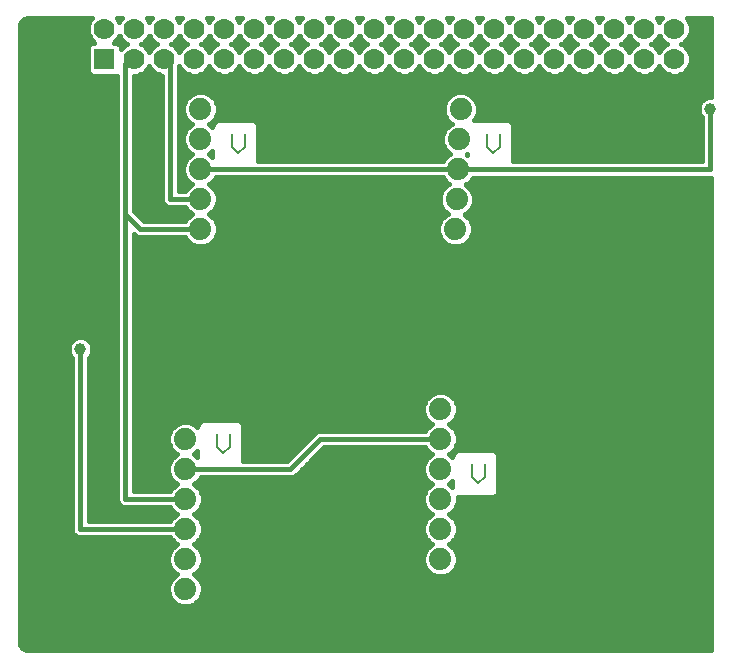
<source format=gbl>
G75*
%MOIN*%
%OFA0B0*%
%FSLAX24Y24*%
%IPPOS*%
%LPD*%
%AMOC8*
5,1,8,0,0,1.08239X$1,22.5*
%
%ADD10C,0.0060*%
%ADD11C,0.0740*%
%ADD12R,0.0700X0.0700*%
%ADD13C,0.0700*%
%ADD14C,0.0160*%
%ADD15C,0.0396*%
D10*
X007756Y007530D02*
X007543Y007744D01*
X007543Y008171D01*
X007970Y008171D02*
X007970Y007744D01*
X007756Y007530D01*
X016043Y007171D02*
X016043Y006744D01*
X016256Y006530D01*
X016470Y006744D01*
X016470Y007171D01*
X016756Y017530D02*
X016543Y017744D01*
X016543Y018171D01*
X016970Y018171D02*
X016970Y017744D01*
X016756Y017530D01*
X008470Y017744D02*
X008256Y017530D01*
X008043Y017744D01*
X008043Y018171D01*
X008470Y018171D02*
X008470Y017744D01*
D11*
X007000Y018000D03*
X007000Y019000D03*
X007000Y017000D03*
X007000Y016000D03*
X007000Y015000D03*
X015500Y015000D03*
X015544Y015999D03*
X015587Y016998D03*
X015631Y017997D03*
X015674Y018996D03*
X015000Y009000D03*
X015000Y008000D03*
X015000Y007000D03*
X015000Y006000D03*
X015000Y005000D03*
X015000Y004000D03*
X006500Y004000D03*
X006500Y003000D03*
X006500Y005000D03*
X006500Y006000D03*
X006500Y007000D03*
X006500Y008000D03*
D12*
X003795Y020669D03*
D13*
X004795Y020669D03*
X005795Y020669D03*
X006795Y020669D03*
X007795Y020669D03*
X008795Y020669D03*
X009795Y020669D03*
X010795Y020669D03*
X011795Y020669D03*
X012795Y020669D03*
X013795Y020669D03*
X014795Y020669D03*
X015795Y020669D03*
X016795Y020669D03*
X017795Y020669D03*
X018795Y020669D03*
X019795Y020669D03*
X020795Y020669D03*
X021795Y020669D03*
X022795Y020669D03*
X022795Y021669D03*
X021795Y021669D03*
X020795Y021669D03*
X019795Y021669D03*
X018795Y021669D03*
X017795Y021669D03*
X016795Y021669D03*
X015795Y021669D03*
X014795Y021669D03*
X013795Y021669D03*
X012795Y021669D03*
X011795Y021669D03*
X010795Y021669D03*
X009795Y021669D03*
X008795Y021669D03*
X007795Y021669D03*
X006795Y021669D03*
X005795Y021669D03*
X004795Y021669D03*
X003795Y021669D03*
D14*
X001005Y001104D02*
X001047Y001047D01*
X001104Y001005D01*
X001172Y000983D01*
X001207Y000980D01*
X024012Y000980D01*
X024018Y016718D01*
X023998Y016718D01*
X016088Y016718D01*
X016070Y016675D01*
X015910Y016515D01*
X015849Y016490D01*
X015866Y016482D01*
X016027Y016322D01*
X016114Y016112D01*
X016114Y015886D01*
X016027Y015676D01*
X015866Y015516D01*
X015805Y015490D01*
X015823Y015483D01*
X015983Y015323D01*
X016070Y015113D01*
X016070Y014887D01*
X015983Y014677D01*
X015823Y014517D01*
X015613Y014430D01*
X015387Y014430D01*
X015177Y014517D01*
X015017Y014677D01*
X014930Y014887D01*
X014930Y015113D01*
X015017Y015323D01*
X015177Y015483D01*
X015238Y015509D01*
X015221Y015516D01*
X015060Y015676D01*
X014974Y015886D01*
X014974Y016112D01*
X015060Y016322D01*
X015221Y016482D01*
X015282Y016508D01*
X015264Y016515D01*
X015104Y016675D01*
X015085Y016720D01*
X007501Y016720D01*
X007483Y016677D01*
X007323Y016517D01*
X007282Y016500D01*
X007323Y016483D01*
X007483Y016323D01*
X007570Y016113D01*
X007570Y015887D01*
X007483Y015677D01*
X007323Y015517D01*
X007282Y015500D01*
X007323Y015483D01*
X007483Y015323D01*
X007570Y015113D01*
X007570Y014887D01*
X007483Y014677D01*
X007323Y014517D01*
X007113Y014430D01*
X006887Y014430D01*
X006677Y014517D01*
X006517Y014677D01*
X006499Y014720D01*
X004944Y014720D01*
X004841Y014763D01*
X004780Y014824D01*
X004780Y006280D01*
X005999Y006280D01*
X006017Y006323D01*
X006177Y006483D01*
X006218Y006500D01*
X006177Y006517D01*
X006017Y006677D01*
X005930Y006887D01*
X005930Y007113D01*
X006017Y007323D01*
X006177Y007483D01*
X006218Y007500D01*
X006177Y007517D01*
X006017Y007677D01*
X005930Y007887D01*
X005930Y008113D01*
X006017Y008323D01*
X006177Y008483D01*
X006387Y008570D01*
X006613Y008570D01*
X006823Y008483D01*
X006899Y008407D01*
X006899Y008445D01*
X006901Y008467D01*
X006906Y008489D01*
X006914Y008510D01*
X006924Y008530D01*
X006936Y008549D01*
X006950Y008567D01*
X006966Y008583D01*
X006983Y008597D01*
X007002Y008609D01*
X007022Y008618D01*
X007044Y008626D01*
X007065Y008631D01*
X007088Y008633D01*
X008245Y008633D01*
X008267Y008631D01*
X008289Y008626D01*
X008310Y008618D01*
X008330Y008609D01*
X008349Y008597D01*
X008367Y008583D01*
X008383Y008567D01*
X008397Y008549D01*
X008409Y008530D01*
X008418Y008510D01*
X008426Y008489D01*
X008431Y008467D01*
X008433Y008445D01*
X008433Y007280D01*
X009884Y007280D01*
X010841Y008237D01*
X010944Y008280D01*
X014499Y008280D01*
X014517Y008323D01*
X014677Y008483D01*
X014718Y008500D01*
X014677Y008517D01*
X014517Y008677D01*
X014430Y008887D01*
X014430Y009113D01*
X014517Y009323D01*
X014677Y009483D01*
X014887Y009570D01*
X015113Y009570D01*
X015323Y009483D01*
X015483Y009323D01*
X015570Y009113D01*
X015570Y008887D01*
X015483Y008677D01*
X015323Y008517D01*
X015282Y008500D01*
X015323Y008483D01*
X015483Y008323D01*
X015570Y008113D01*
X015570Y007887D01*
X015483Y007677D01*
X015323Y007517D01*
X015282Y007500D01*
X015323Y007483D01*
X015399Y007407D01*
X015399Y007445D01*
X015401Y007467D01*
X015406Y007489D01*
X015414Y007510D01*
X015424Y007530D01*
X015436Y007549D01*
X015450Y007567D01*
X015466Y007583D01*
X015483Y007597D01*
X015502Y007609D01*
X015522Y007618D01*
X015544Y007626D01*
X015565Y007631D01*
X015588Y007633D01*
X016745Y007633D01*
X016767Y007631D01*
X016789Y007626D01*
X016810Y007618D01*
X016830Y007609D01*
X016849Y007597D01*
X016867Y007583D01*
X016883Y007567D01*
X016897Y007549D01*
X016909Y007530D01*
X016918Y007510D01*
X016926Y007489D01*
X016931Y007467D01*
X016933Y007445D01*
X016933Y006255D01*
X016931Y006233D01*
X016926Y006211D01*
X016918Y006190D01*
X016909Y006170D01*
X016897Y006151D01*
X016883Y006133D01*
X016867Y006117D01*
X016849Y006103D01*
X016830Y006091D01*
X016810Y006082D01*
X016789Y006074D01*
X016767Y006069D01*
X016745Y006067D01*
X015588Y006067D01*
X015570Y006069D01*
X015570Y005887D01*
X015483Y005677D01*
X015323Y005517D01*
X015282Y005500D01*
X015323Y005483D01*
X015483Y005323D01*
X015570Y005113D01*
X015570Y004887D01*
X015483Y004677D01*
X015323Y004517D01*
X015282Y004500D01*
X015323Y004483D01*
X015483Y004323D01*
X015570Y004113D01*
X015570Y003887D01*
X015483Y003677D01*
X015323Y003517D01*
X015113Y003430D01*
X014887Y003430D01*
X014677Y003517D01*
X014517Y003677D01*
X014430Y003887D01*
X014430Y004113D01*
X014517Y004323D01*
X014677Y004483D01*
X014718Y004500D01*
X014677Y004517D01*
X014517Y004677D01*
X014430Y004887D01*
X014430Y005113D01*
X014517Y005323D01*
X014677Y005483D01*
X014718Y005500D01*
X014677Y005517D01*
X014517Y005677D01*
X014430Y005887D01*
X014430Y006113D01*
X014517Y006323D01*
X014677Y006483D01*
X014718Y006500D01*
X014677Y006517D01*
X014517Y006677D01*
X014430Y006887D01*
X014430Y007113D01*
X014517Y007323D01*
X014677Y007483D01*
X014718Y007500D01*
X014677Y007517D01*
X014517Y007677D01*
X014499Y007720D01*
X011116Y007720D01*
X010237Y006841D01*
X010159Y006763D01*
X010056Y006720D01*
X007001Y006720D01*
X006983Y006677D01*
X006823Y006517D01*
X006782Y006500D01*
X006823Y006483D01*
X006983Y006323D01*
X007070Y006113D01*
X007070Y005887D01*
X006983Y005677D01*
X006823Y005517D01*
X006782Y005500D01*
X006823Y005483D01*
X006983Y005323D01*
X007070Y005113D01*
X007070Y004887D01*
X006983Y004677D01*
X006823Y004517D01*
X006782Y004500D01*
X006823Y004483D01*
X006983Y004323D01*
X007070Y004113D01*
X007070Y003887D01*
X006983Y003677D01*
X006823Y003517D01*
X006782Y003500D01*
X006823Y003483D01*
X006983Y003323D01*
X007070Y003113D01*
X007070Y002887D01*
X006983Y002677D01*
X006823Y002517D01*
X006613Y002430D01*
X006387Y002430D01*
X006177Y002517D01*
X006017Y002677D01*
X005930Y002887D01*
X005930Y003113D01*
X006017Y003323D01*
X006177Y003483D01*
X006218Y003500D01*
X006177Y003517D01*
X006017Y003677D01*
X005930Y003887D01*
X005930Y004113D01*
X006017Y004323D01*
X006177Y004483D01*
X006218Y004500D01*
X006177Y004517D01*
X006017Y004677D01*
X005999Y004720D01*
X002944Y004720D01*
X002841Y004763D01*
X002763Y004841D01*
X002720Y004944D01*
X002720Y010717D01*
X002662Y010774D01*
X002602Y010921D01*
X002602Y011079D01*
X002662Y011226D01*
X002774Y011338D01*
X002921Y011398D01*
X003079Y011398D01*
X003226Y011338D01*
X003338Y011226D01*
X003398Y011079D01*
X003398Y010921D01*
X003338Y010774D01*
X003280Y010717D01*
X003280Y005280D01*
X005999Y005280D01*
X006017Y005323D01*
X006177Y005483D01*
X006218Y005500D01*
X006177Y005517D01*
X006017Y005677D01*
X005999Y005720D01*
X004444Y005720D01*
X004341Y005763D01*
X004263Y005841D01*
X004220Y005944D01*
X004220Y020119D01*
X003362Y020119D01*
X003245Y020236D01*
X003245Y021102D01*
X003362Y021219D01*
X003467Y021219D01*
X003329Y021358D01*
X003245Y021560D01*
X003245Y021779D01*
X003329Y021981D01*
X003368Y022020D01*
X001207Y022020D01*
X001172Y022017D01*
X001104Y021995D01*
X001047Y021953D01*
X001005Y021896D01*
X000983Y021828D01*
X000980Y021793D01*
X000980Y001207D01*
X000983Y001172D01*
X001005Y001104D01*
X000995Y001134D02*
X024012Y001134D01*
X024012Y001293D02*
X000980Y001293D01*
X000980Y001451D02*
X024012Y001451D01*
X024013Y001610D02*
X000980Y001610D01*
X000980Y001768D02*
X024013Y001768D01*
X024013Y001927D02*
X000980Y001927D01*
X000980Y002085D02*
X024013Y002085D01*
X024013Y002244D02*
X000980Y002244D01*
X000980Y002402D02*
X024013Y002402D01*
X024013Y002561D02*
X006867Y002561D01*
X007001Y002719D02*
X024013Y002719D01*
X024013Y002878D02*
X007066Y002878D01*
X007070Y003036D02*
X024013Y003036D01*
X024013Y003195D02*
X007036Y003195D01*
X006953Y003353D02*
X024013Y003353D01*
X024013Y003512D02*
X015310Y003512D01*
X015476Y003670D02*
X024013Y003670D01*
X024013Y003829D02*
X015546Y003829D01*
X015570Y003987D02*
X024013Y003987D01*
X024013Y004146D02*
X015557Y004146D01*
X015491Y004304D02*
X024013Y004304D01*
X024014Y004463D02*
X015344Y004463D01*
X015427Y004621D02*
X024014Y004621D01*
X024014Y004780D02*
X015526Y004780D01*
X015570Y004938D02*
X024014Y004938D01*
X024014Y005097D02*
X015570Y005097D01*
X015511Y005255D02*
X024014Y005255D01*
X024014Y005414D02*
X015393Y005414D01*
X015378Y005572D02*
X024014Y005572D01*
X024014Y005731D02*
X015505Y005731D01*
X015570Y005889D02*
X024014Y005889D01*
X024014Y006048D02*
X015570Y006048D01*
X015399Y006407D02*
X015323Y006483D01*
X015282Y006500D01*
X015323Y006517D01*
X015399Y006593D01*
X015399Y006407D01*
X015399Y006523D02*
X015329Y006523D01*
X014671Y006523D02*
X006829Y006523D01*
X006942Y006365D02*
X014558Y006365D01*
X014468Y006206D02*
X007032Y006206D01*
X007070Y006048D02*
X014430Y006048D01*
X014430Y005889D02*
X007070Y005889D01*
X007005Y005731D02*
X014495Y005731D01*
X014622Y005572D02*
X006878Y005572D01*
X006893Y005414D02*
X014607Y005414D01*
X014489Y005255D02*
X007011Y005255D01*
X007070Y005097D02*
X014430Y005097D01*
X014430Y004938D02*
X007070Y004938D01*
X007026Y004780D02*
X014474Y004780D01*
X014573Y004621D02*
X006927Y004621D01*
X006844Y004463D02*
X014656Y004463D01*
X014509Y004304D02*
X006991Y004304D01*
X007057Y004146D02*
X014443Y004146D01*
X014430Y003987D02*
X007070Y003987D01*
X007046Y003829D02*
X014454Y003829D01*
X014524Y003670D02*
X006976Y003670D01*
X006810Y003512D02*
X014690Y003512D01*
X016924Y006206D02*
X024014Y006206D01*
X024014Y006365D02*
X016933Y006365D01*
X016933Y006523D02*
X024014Y006523D01*
X024014Y006682D02*
X016933Y006682D01*
X016933Y006840D02*
X024014Y006840D01*
X024014Y006999D02*
X016933Y006999D01*
X016933Y007157D02*
X024015Y007157D01*
X024015Y007316D02*
X016933Y007316D01*
X016929Y007474D02*
X024015Y007474D01*
X024015Y007633D02*
X016752Y007633D01*
X015580Y007633D02*
X015439Y007633D01*
X015403Y007474D02*
X015332Y007474D01*
X015530Y007791D02*
X024015Y007791D01*
X024015Y007950D02*
X015570Y007950D01*
X015570Y008108D02*
X024015Y008108D01*
X024015Y008267D02*
X015507Y008267D01*
X015381Y008425D02*
X024015Y008425D01*
X024015Y008584D02*
X015390Y008584D01*
X015510Y008742D02*
X024015Y008742D01*
X024015Y008901D02*
X015570Y008901D01*
X015570Y009059D02*
X024015Y009059D01*
X024015Y009218D02*
X015527Y009218D01*
X015430Y009376D02*
X024015Y009376D01*
X024015Y009535D02*
X015199Y009535D01*
X014801Y009535D02*
X004780Y009535D01*
X004780Y009693D02*
X024015Y009693D01*
X024015Y009852D02*
X004780Y009852D01*
X004780Y010010D02*
X024016Y010010D01*
X024016Y010169D02*
X004780Y010169D01*
X004780Y010327D02*
X024016Y010327D01*
X024016Y010486D02*
X004780Y010486D01*
X004780Y010644D02*
X024016Y010644D01*
X024016Y010803D02*
X004780Y010803D01*
X004780Y010961D02*
X024016Y010961D01*
X024016Y011120D02*
X004780Y011120D01*
X004780Y011278D02*
X024016Y011278D01*
X024016Y011437D02*
X004780Y011437D01*
X004780Y011595D02*
X024016Y011595D01*
X024016Y011754D02*
X004780Y011754D01*
X004780Y011912D02*
X024016Y011912D01*
X024016Y012071D02*
X004780Y012071D01*
X004780Y012229D02*
X024016Y012229D01*
X024016Y012388D02*
X004780Y012388D01*
X004780Y012546D02*
X024016Y012546D01*
X024016Y012705D02*
X004780Y012705D01*
X004780Y012863D02*
X024017Y012863D01*
X024017Y013022D02*
X004780Y013022D01*
X004780Y013180D02*
X024017Y013180D01*
X024017Y013339D02*
X004780Y013339D01*
X004780Y013497D02*
X024017Y013497D01*
X024017Y013656D02*
X004780Y013656D01*
X004780Y013814D02*
X024017Y013814D01*
X024017Y013973D02*
X004780Y013973D01*
X004780Y014131D02*
X024017Y014131D01*
X024017Y014290D02*
X004780Y014290D01*
X004780Y014448D02*
X006843Y014448D01*
X006587Y014607D02*
X004780Y014607D01*
X004780Y014765D02*
X004839Y014765D01*
X005000Y015000D02*
X007000Y015000D01*
X007407Y015399D02*
X015093Y015399D01*
X015179Y015558D02*
X007364Y015558D01*
X007499Y015716D02*
X015044Y015716D01*
X014978Y015875D02*
X007565Y015875D01*
X007570Y016033D02*
X014974Y016033D01*
X015006Y016192D02*
X007538Y016192D01*
X007456Y016350D02*
X015088Y016350D01*
X015280Y016509D02*
X007303Y016509D01*
X007473Y016667D02*
X015112Y016667D01*
X015585Y017000D02*
X015587Y016998D01*
X023998Y016998D01*
X024000Y017500D01*
X024000Y019000D01*
X023720Y018717D02*
X023720Y017501D01*
X023719Y017278D01*
X017433Y017278D01*
X017433Y018445D01*
X017431Y018467D01*
X017426Y018489D01*
X017418Y018510D01*
X017409Y018530D01*
X017397Y018549D01*
X017383Y018567D01*
X017367Y018583D01*
X017349Y018597D01*
X017330Y018609D01*
X017310Y018618D01*
X017289Y018626D01*
X017267Y018631D01*
X017245Y018633D01*
X016118Y018633D01*
X016158Y018673D01*
X016244Y018883D01*
X016244Y019110D01*
X016158Y019319D01*
X015997Y019479D01*
X015788Y019566D01*
X015561Y019566D01*
X015352Y019479D01*
X015191Y019319D01*
X015104Y019110D01*
X015104Y018883D01*
X015191Y018673D01*
X015352Y018513D01*
X015369Y018506D01*
X015308Y018480D01*
X015148Y018320D01*
X015061Y018111D01*
X015061Y017884D01*
X015148Y017674D01*
X015308Y017514D01*
X015326Y017507D01*
X015264Y017481D01*
X015104Y017321D01*
X015087Y017280D01*
X008933Y017280D01*
X008933Y018445D01*
X008931Y018467D01*
X008926Y018489D01*
X008918Y018510D01*
X008909Y018530D01*
X008897Y018549D01*
X008883Y018567D01*
X008867Y018583D01*
X008849Y018597D01*
X008830Y018609D01*
X008810Y018618D01*
X008789Y018626D01*
X008767Y018631D01*
X008745Y018633D01*
X007588Y018633D01*
X007565Y018631D01*
X007544Y018626D01*
X007522Y018618D01*
X007502Y018609D01*
X007483Y018597D01*
X007466Y018583D01*
X007450Y018567D01*
X007436Y018549D01*
X007424Y018530D01*
X007414Y018510D01*
X007406Y018489D01*
X007401Y018467D01*
X007399Y018445D01*
X007399Y018407D01*
X007323Y018483D01*
X007282Y018500D01*
X007323Y018517D01*
X007483Y018677D01*
X007570Y018887D01*
X007570Y019113D01*
X007483Y019323D01*
X007323Y019483D01*
X007113Y019570D01*
X006887Y019570D01*
X006677Y019483D01*
X006517Y019323D01*
X006430Y019113D01*
X006430Y018887D01*
X006517Y018677D01*
X006677Y018517D01*
X006718Y018500D01*
X006677Y018483D01*
X006517Y018323D01*
X006430Y018113D01*
X006430Y017887D01*
X006517Y017677D01*
X006677Y017517D01*
X006718Y017500D01*
X006677Y017483D01*
X006517Y017323D01*
X006430Y017113D01*
X006430Y016887D01*
X006517Y016677D01*
X006677Y016517D01*
X006718Y016500D01*
X006677Y016483D01*
X006517Y016323D01*
X006499Y016280D01*
X006280Y016280D01*
X006280Y020402D01*
X006295Y020439D01*
X006329Y020358D01*
X006484Y020203D01*
X006686Y020119D01*
X006905Y020119D01*
X007107Y020203D01*
X007262Y020358D01*
X007295Y020439D01*
X007329Y020358D01*
X007484Y020203D01*
X007686Y020119D01*
X007905Y020119D01*
X008107Y020203D01*
X008262Y020358D01*
X008295Y020439D01*
X008329Y020358D01*
X008484Y020203D01*
X008686Y020119D01*
X008905Y020119D01*
X009107Y020203D01*
X009262Y020358D01*
X009295Y020439D01*
X009329Y020358D01*
X009484Y020203D01*
X009686Y020119D01*
X009905Y020119D01*
X010107Y020203D01*
X010262Y020358D01*
X010295Y020439D01*
X010329Y020358D01*
X010484Y020203D01*
X010686Y020119D01*
X010905Y020119D01*
X011107Y020203D01*
X011262Y020358D01*
X011295Y020439D01*
X011329Y020358D01*
X011484Y020203D01*
X011686Y020119D01*
X011905Y020119D01*
X012107Y020203D01*
X012262Y020358D01*
X012295Y020439D01*
X012329Y020358D01*
X012484Y020203D01*
X012686Y020119D01*
X012905Y020119D01*
X013107Y020203D01*
X013262Y020358D01*
X013295Y020439D01*
X013329Y020358D01*
X013484Y020203D01*
X013686Y020119D01*
X013905Y020119D01*
X014107Y020203D01*
X014262Y020358D01*
X014295Y020439D01*
X014329Y020358D01*
X014484Y020203D01*
X014686Y020119D01*
X014905Y020119D01*
X015107Y020203D01*
X015262Y020358D01*
X015295Y020439D01*
X015329Y020358D01*
X015484Y020203D01*
X015686Y020119D01*
X015905Y020119D01*
X016107Y020203D01*
X016262Y020358D01*
X016295Y020439D01*
X016329Y020358D01*
X016484Y020203D01*
X016686Y020119D01*
X016905Y020119D01*
X017107Y020203D01*
X017262Y020358D01*
X017295Y020439D01*
X017329Y020358D01*
X017484Y020203D01*
X017686Y020119D01*
X017905Y020119D01*
X018107Y020203D01*
X018262Y020358D01*
X018295Y020439D01*
X018329Y020358D01*
X018484Y020203D01*
X018686Y020119D01*
X018905Y020119D01*
X019107Y020203D01*
X019262Y020358D01*
X019295Y020439D01*
X019329Y020358D01*
X019484Y020203D01*
X019686Y020119D01*
X019905Y020119D01*
X020107Y020203D01*
X020262Y020358D01*
X020295Y020439D01*
X020329Y020358D01*
X020484Y020203D01*
X020686Y020119D01*
X020905Y020119D01*
X021107Y020203D01*
X021262Y020358D01*
X021295Y020439D01*
X021329Y020358D01*
X021484Y020203D01*
X021686Y020119D01*
X021905Y020119D01*
X022107Y020203D01*
X022262Y020358D01*
X022295Y020439D01*
X022329Y020358D01*
X022484Y020203D01*
X022686Y020119D01*
X022905Y020119D01*
X023107Y020203D01*
X023262Y020358D01*
X023345Y020560D01*
X023345Y020779D01*
X023262Y020981D01*
X023107Y021136D01*
X023025Y021169D01*
X023107Y021203D01*
X023262Y021358D01*
X023345Y021560D01*
X023345Y021779D01*
X023262Y021981D01*
X023222Y022020D01*
X024020Y022020D01*
X024019Y019398D01*
X023921Y019398D01*
X023774Y019338D01*
X023662Y019226D01*
X023602Y019079D01*
X023602Y018921D01*
X023662Y018774D01*
X023720Y018717D01*
X023709Y018728D02*
X016180Y018728D01*
X016244Y018886D02*
X023616Y018886D01*
X023602Y019045D02*
X016244Y019045D01*
X016206Y019203D02*
X023653Y019203D01*
X023833Y019362D02*
X016115Y019362D01*
X015899Y019520D02*
X024019Y019520D01*
X024019Y019679D02*
X006280Y019679D01*
X006280Y019837D02*
X024019Y019837D01*
X024019Y019996D02*
X006280Y019996D01*
X006280Y020154D02*
X006602Y020154D01*
X006374Y020313D02*
X006280Y020313D01*
X006000Y020500D02*
X006000Y016000D01*
X007000Y016000D01*
X006499Y015720D02*
X006517Y015677D01*
X006677Y015517D01*
X006718Y015500D01*
X006677Y015483D01*
X006517Y015323D01*
X006499Y015280D01*
X005116Y015280D01*
X004780Y015616D01*
X004780Y020119D01*
X004905Y020119D01*
X005107Y020203D01*
X005262Y020358D01*
X005295Y020439D01*
X005329Y020358D01*
X005484Y020203D01*
X005686Y020119D01*
X005720Y020119D01*
X005720Y015944D01*
X005763Y015841D01*
X005841Y015763D01*
X005944Y015720D01*
X006499Y015720D01*
X006501Y015716D02*
X004780Y015716D01*
X004780Y015875D02*
X005749Y015875D01*
X005720Y016033D02*
X004780Y016033D01*
X004780Y016192D02*
X005720Y016192D01*
X005720Y016350D02*
X004780Y016350D01*
X004780Y016509D02*
X005720Y016509D01*
X005720Y016667D02*
X004780Y016667D01*
X004780Y016826D02*
X005720Y016826D01*
X005720Y016984D02*
X004780Y016984D01*
X004780Y017143D02*
X005720Y017143D01*
X005720Y017301D02*
X004780Y017301D01*
X004780Y017460D02*
X005720Y017460D01*
X005720Y017618D02*
X004780Y017618D01*
X004780Y017777D02*
X005720Y017777D01*
X005720Y017935D02*
X004780Y017935D01*
X004780Y018094D02*
X005720Y018094D01*
X005720Y018252D02*
X004780Y018252D01*
X004780Y018411D02*
X005720Y018411D01*
X005720Y018569D02*
X004780Y018569D01*
X004780Y018728D02*
X005720Y018728D01*
X005720Y018886D02*
X004780Y018886D01*
X004780Y019045D02*
X005720Y019045D01*
X005720Y019203D02*
X004780Y019203D01*
X004780Y019362D02*
X005720Y019362D01*
X005720Y019520D02*
X004780Y019520D01*
X004780Y019679D02*
X005720Y019679D01*
X005720Y019837D02*
X004780Y019837D01*
X004780Y019996D02*
X005720Y019996D01*
X005602Y020154D02*
X004989Y020154D01*
X005216Y020313D02*
X005374Y020313D01*
X005795Y020669D02*
X005831Y020669D01*
X006000Y020500D01*
X006295Y020899D02*
X006262Y020981D01*
X006107Y021136D01*
X006025Y021169D01*
X006107Y021203D01*
X006262Y021358D01*
X006295Y021439D01*
X006329Y021358D01*
X006484Y021203D01*
X006565Y021169D01*
X006484Y021136D01*
X006329Y020981D01*
X006295Y020899D01*
X006276Y020947D02*
X006315Y020947D01*
X006453Y021105D02*
X006137Y021105D01*
X006167Y021264D02*
X006423Y021264D01*
X006302Y021422D02*
X006288Y021422D01*
X006295Y021899D02*
X006262Y021981D01*
X006222Y022020D01*
X006368Y022020D01*
X006329Y021981D01*
X006295Y021899D01*
X005368Y022020D02*
X005329Y021981D01*
X005295Y021899D01*
X005262Y021981D01*
X005222Y022020D01*
X005368Y022020D01*
X005295Y021439D02*
X005329Y021358D01*
X005484Y021203D01*
X005565Y021169D01*
X005484Y021136D01*
X005329Y020981D01*
X005295Y020899D01*
X005262Y020981D01*
X005107Y021136D01*
X005025Y021169D01*
X005107Y021203D01*
X005262Y021358D01*
X005295Y021439D01*
X005288Y021422D02*
X005302Y021422D01*
X005423Y021264D02*
X005167Y021264D01*
X005137Y021105D02*
X005453Y021105D01*
X005315Y020947D02*
X005276Y020947D01*
X004795Y020669D02*
X004669Y020669D01*
X004500Y020500D01*
X004500Y015500D01*
X004500Y006000D01*
X006500Y006000D01*
X006122Y005572D02*
X003280Y005572D01*
X003280Y005414D02*
X006107Y005414D01*
X006500Y005000D02*
X003000Y005000D01*
X003000Y011000D01*
X003285Y011278D02*
X004220Y011278D01*
X004220Y011120D02*
X003381Y011120D01*
X003398Y010961D02*
X004220Y010961D01*
X004220Y010803D02*
X003349Y010803D01*
X003280Y010644D02*
X004220Y010644D01*
X004220Y010486D02*
X003280Y010486D01*
X003280Y010327D02*
X004220Y010327D01*
X004220Y010169D02*
X003280Y010169D01*
X003280Y010010D02*
X004220Y010010D01*
X004220Y009852D02*
X003280Y009852D01*
X003280Y009693D02*
X004220Y009693D01*
X004220Y009535D02*
X003280Y009535D01*
X003280Y009376D02*
X004220Y009376D01*
X004220Y009218D02*
X003280Y009218D01*
X003280Y009059D02*
X004220Y009059D01*
X004220Y008901D02*
X003280Y008901D01*
X003280Y008742D02*
X004220Y008742D01*
X004220Y008584D02*
X003280Y008584D01*
X003280Y008425D02*
X004220Y008425D01*
X004220Y008267D02*
X003280Y008267D01*
X003280Y008108D02*
X004220Y008108D01*
X004220Y007950D02*
X003280Y007950D01*
X003280Y007791D02*
X004220Y007791D01*
X004220Y007633D02*
X003280Y007633D01*
X003280Y007474D02*
X004220Y007474D01*
X004220Y007316D02*
X003280Y007316D01*
X003280Y007157D02*
X004220Y007157D01*
X004220Y006999D02*
X003280Y006999D01*
X003280Y006840D02*
X004220Y006840D01*
X004220Y006682D02*
X003280Y006682D01*
X003280Y006523D02*
X004220Y006523D01*
X004220Y006365D02*
X003280Y006365D01*
X003280Y006206D02*
X004220Y006206D01*
X004220Y006048D02*
X003280Y006048D01*
X003280Y005889D02*
X004243Y005889D01*
X004419Y005731D02*
X003280Y005731D01*
X002720Y005731D02*
X000980Y005731D01*
X000980Y005889D02*
X002720Y005889D01*
X002720Y006048D02*
X000980Y006048D01*
X000980Y006206D02*
X002720Y006206D01*
X002720Y006365D02*
X000980Y006365D01*
X000980Y006523D02*
X002720Y006523D01*
X002720Y006682D02*
X000980Y006682D01*
X000980Y006840D02*
X002720Y006840D01*
X002720Y006999D02*
X000980Y006999D01*
X000980Y007157D02*
X002720Y007157D01*
X002720Y007316D02*
X000980Y007316D01*
X000980Y007474D02*
X002720Y007474D01*
X002720Y007633D02*
X000980Y007633D01*
X000980Y007791D02*
X002720Y007791D01*
X002720Y007950D02*
X000980Y007950D01*
X000980Y008108D02*
X002720Y008108D01*
X002720Y008267D02*
X000980Y008267D01*
X000980Y008425D02*
X002720Y008425D01*
X002720Y008584D02*
X000980Y008584D01*
X000980Y008742D02*
X002720Y008742D01*
X002720Y008901D02*
X000980Y008901D01*
X000980Y009059D02*
X002720Y009059D01*
X002720Y009218D02*
X000980Y009218D01*
X000980Y009376D02*
X002720Y009376D01*
X002720Y009535D02*
X000980Y009535D01*
X000980Y009693D02*
X002720Y009693D01*
X002720Y009852D02*
X000980Y009852D01*
X000980Y010010D02*
X002720Y010010D01*
X002720Y010169D02*
X000980Y010169D01*
X000980Y010327D02*
X002720Y010327D01*
X002720Y010486D02*
X000980Y010486D01*
X000980Y010644D02*
X002720Y010644D01*
X002651Y010803D02*
X000980Y010803D01*
X000980Y010961D02*
X002602Y010961D01*
X002619Y011120D02*
X000980Y011120D01*
X000980Y011278D02*
X002715Y011278D01*
X004220Y011437D02*
X000980Y011437D01*
X000980Y011595D02*
X004220Y011595D01*
X004220Y011754D02*
X000980Y011754D01*
X000980Y011912D02*
X004220Y011912D01*
X004220Y012071D02*
X000980Y012071D01*
X000980Y012229D02*
X004220Y012229D01*
X004220Y012388D02*
X000980Y012388D01*
X000980Y012546D02*
X004220Y012546D01*
X004220Y012705D02*
X000980Y012705D01*
X000980Y012863D02*
X004220Y012863D01*
X004220Y013022D02*
X000980Y013022D01*
X000980Y013180D02*
X004220Y013180D01*
X004220Y013339D02*
X000980Y013339D01*
X000980Y013497D02*
X004220Y013497D01*
X004220Y013656D02*
X000980Y013656D01*
X000980Y013814D02*
X004220Y013814D01*
X004220Y013973D02*
X000980Y013973D01*
X000980Y014131D02*
X004220Y014131D01*
X004220Y014290D02*
X000980Y014290D01*
X000980Y014448D02*
X004220Y014448D01*
X004220Y014607D02*
X000980Y014607D01*
X000980Y014765D02*
X004220Y014765D01*
X004220Y014924D02*
X000980Y014924D01*
X000980Y015082D02*
X004220Y015082D01*
X004220Y015241D02*
X000980Y015241D01*
X000980Y015399D02*
X004220Y015399D01*
X004220Y015558D02*
X000980Y015558D01*
X000980Y015716D02*
X004220Y015716D01*
X004220Y015875D02*
X000980Y015875D01*
X000980Y016033D02*
X004220Y016033D01*
X004220Y016192D02*
X000980Y016192D01*
X000980Y016350D02*
X004220Y016350D01*
X004220Y016509D02*
X000980Y016509D01*
X000980Y016667D02*
X004220Y016667D01*
X004220Y016826D02*
X000980Y016826D01*
X000980Y016984D02*
X004220Y016984D01*
X004220Y017143D02*
X000980Y017143D01*
X000980Y017301D02*
X004220Y017301D01*
X004220Y017460D02*
X000980Y017460D01*
X000980Y017618D02*
X004220Y017618D01*
X004220Y017777D02*
X000980Y017777D01*
X000980Y017935D02*
X004220Y017935D01*
X004220Y018094D02*
X000980Y018094D01*
X000980Y018252D02*
X004220Y018252D01*
X004220Y018411D02*
X000980Y018411D01*
X000980Y018569D02*
X004220Y018569D01*
X004220Y018728D02*
X000980Y018728D01*
X000980Y018886D02*
X004220Y018886D01*
X004220Y019045D02*
X000980Y019045D01*
X000980Y019203D02*
X004220Y019203D01*
X004220Y019362D02*
X000980Y019362D01*
X000980Y019520D02*
X004220Y019520D01*
X004220Y019679D02*
X000980Y019679D01*
X000980Y019837D02*
X004220Y019837D01*
X004220Y019996D02*
X000980Y019996D01*
X000980Y020154D02*
X003328Y020154D01*
X003245Y020313D02*
X000980Y020313D01*
X000980Y020471D02*
X003245Y020471D01*
X003245Y020630D02*
X000980Y020630D01*
X000980Y020788D02*
X003245Y020788D01*
X003245Y020947D02*
X000980Y020947D01*
X000980Y021105D02*
X003248Y021105D01*
X003423Y021264D02*
X000980Y021264D01*
X000980Y021422D02*
X003302Y021422D01*
X003245Y021581D02*
X000980Y021581D01*
X000980Y021739D02*
X003245Y021739D01*
X003295Y021898D02*
X001006Y021898D01*
X004123Y021219D02*
X004262Y021358D01*
X004295Y021439D01*
X004329Y021358D01*
X004484Y021203D01*
X004565Y021169D01*
X004484Y021136D01*
X004345Y020997D01*
X004345Y021102D01*
X004228Y021219D01*
X004123Y021219D01*
X004167Y021264D02*
X004423Y021264D01*
X004453Y021105D02*
X004342Y021105D01*
X004302Y021422D02*
X004288Y021422D01*
X004295Y021899D02*
X004262Y021981D01*
X004222Y022020D01*
X004368Y022020D01*
X004329Y021981D01*
X004295Y021899D01*
X007025Y021169D02*
X007107Y021203D01*
X007262Y021358D01*
X007295Y021439D01*
X007329Y021358D01*
X007484Y021203D01*
X007565Y021169D01*
X007484Y021136D01*
X007329Y020981D01*
X007295Y020899D01*
X007262Y020981D01*
X007107Y021136D01*
X007025Y021169D01*
X007137Y021105D02*
X007453Y021105D01*
X007423Y021264D02*
X007167Y021264D01*
X007288Y021422D02*
X007302Y021422D01*
X007276Y020947D02*
X007315Y020947D01*
X008025Y021169D02*
X008107Y021203D01*
X008262Y021358D01*
X008295Y021439D01*
X008329Y021358D01*
X008484Y021203D01*
X008565Y021169D01*
X008484Y021136D01*
X008329Y020981D01*
X008295Y020899D01*
X008262Y020981D01*
X008107Y021136D01*
X008025Y021169D01*
X008137Y021105D02*
X008453Y021105D01*
X008423Y021264D02*
X008167Y021264D01*
X008288Y021422D02*
X008302Y021422D01*
X008276Y020947D02*
X008315Y020947D01*
X009025Y021169D02*
X009107Y021203D01*
X009262Y021358D01*
X009295Y021439D01*
X009329Y021358D01*
X009484Y021203D01*
X009565Y021169D01*
X009484Y021136D01*
X009329Y020981D01*
X009295Y020899D01*
X009262Y020981D01*
X009107Y021136D01*
X009025Y021169D01*
X009137Y021105D02*
X009453Y021105D01*
X009423Y021264D02*
X009167Y021264D01*
X009288Y021422D02*
X009302Y021422D01*
X009276Y020947D02*
X009315Y020947D01*
X010025Y021169D02*
X010107Y021203D01*
X010262Y021358D01*
X010295Y021439D01*
X010329Y021358D01*
X010484Y021203D01*
X010565Y021169D01*
X010484Y021136D01*
X010329Y020981D01*
X010295Y020899D01*
X010262Y020981D01*
X010107Y021136D01*
X010025Y021169D01*
X010137Y021105D02*
X010453Y021105D01*
X010423Y021264D02*
X010167Y021264D01*
X010288Y021422D02*
X010302Y021422D01*
X010276Y020947D02*
X010315Y020947D01*
X011025Y021169D02*
X011107Y021203D01*
X011262Y021358D01*
X011295Y021439D01*
X011329Y021358D01*
X011484Y021203D01*
X011565Y021169D01*
X011484Y021136D01*
X011329Y020981D01*
X011295Y020899D01*
X011262Y020981D01*
X011107Y021136D01*
X011025Y021169D01*
X011137Y021105D02*
X011453Y021105D01*
X011423Y021264D02*
X011167Y021264D01*
X011288Y021422D02*
X011302Y021422D01*
X011276Y020947D02*
X011315Y020947D01*
X012025Y021169D02*
X012107Y021203D01*
X012262Y021358D01*
X012295Y021439D01*
X012329Y021358D01*
X012484Y021203D01*
X012565Y021169D01*
X012484Y021136D01*
X012329Y020981D01*
X012295Y020899D01*
X012262Y020981D01*
X012107Y021136D01*
X012025Y021169D01*
X012137Y021105D02*
X012453Y021105D01*
X012423Y021264D02*
X012167Y021264D01*
X012288Y021422D02*
X012302Y021422D01*
X012276Y020947D02*
X012315Y020947D01*
X013025Y021169D02*
X013107Y021203D01*
X013262Y021358D01*
X013295Y021439D01*
X013329Y021358D01*
X013484Y021203D01*
X013565Y021169D01*
X013484Y021136D01*
X013329Y020981D01*
X013295Y020899D01*
X013262Y020981D01*
X013107Y021136D01*
X013025Y021169D01*
X013137Y021105D02*
X013453Y021105D01*
X013423Y021264D02*
X013167Y021264D01*
X013288Y021422D02*
X013302Y021422D01*
X013276Y020947D02*
X013315Y020947D01*
X014025Y021169D02*
X014107Y021203D01*
X014262Y021358D01*
X014295Y021439D01*
X014329Y021358D01*
X014484Y021203D01*
X014565Y021169D01*
X014484Y021136D01*
X014329Y020981D01*
X014295Y020899D01*
X014262Y020981D01*
X014107Y021136D01*
X014025Y021169D01*
X014137Y021105D02*
X014453Y021105D01*
X014423Y021264D02*
X014167Y021264D01*
X014288Y021422D02*
X014302Y021422D01*
X014276Y020947D02*
X014315Y020947D01*
X014374Y020313D02*
X014216Y020313D01*
X013989Y020154D02*
X014602Y020154D01*
X014989Y020154D02*
X015602Y020154D01*
X015374Y020313D02*
X015216Y020313D01*
X015989Y020154D02*
X016602Y020154D01*
X016374Y020313D02*
X016216Y020313D01*
X016989Y020154D02*
X017602Y020154D01*
X017374Y020313D02*
X017216Y020313D01*
X017989Y020154D02*
X018602Y020154D01*
X018374Y020313D02*
X018216Y020313D01*
X018989Y020154D02*
X019602Y020154D01*
X019374Y020313D02*
X019216Y020313D01*
X019989Y020154D02*
X020602Y020154D01*
X020374Y020313D02*
X020216Y020313D01*
X020989Y020154D02*
X021602Y020154D01*
X021374Y020313D02*
X021216Y020313D01*
X021989Y020154D02*
X022602Y020154D01*
X022374Y020313D02*
X022216Y020313D01*
X022989Y020154D02*
X024019Y020154D01*
X024019Y020313D02*
X023216Y020313D01*
X023308Y020471D02*
X024019Y020471D01*
X024019Y020630D02*
X023345Y020630D01*
X023341Y020788D02*
X024019Y020788D01*
X024019Y020947D02*
X023276Y020947D01*
X023137Y021105D02*
X024020Y021105D01*
X024020Y021264D02*
X023167Y021264D01*
X023288Y021422D02*
X024020Y021422D01*
X024020Y021581D02*
X023345Y021581D01*
X023345Y021739D02*
X024020Y021739D01*
X024020Y021898D02*
X023296Y021898D01*
X022368Y022020D02*
X022329Y021981D01*
X022295Y021899D01*
X022262Y021981D01*
X022222Y022020D01*
X022368Y022020D01*
X022295Y021439D02*
X022329Y021358D01*
X022484Y021203D01*
X022565Y021169D01*
X022484Y021136D01*
X022329Y020981D01*
X022295Y020899D01*
X022262Y020981D01*
X022107Y021136D01*
X022025Y021169D01*
X022107Y021203D01*
X022262Y021358D01*
X022295Y021439D01*
X022288Y021422D02*
X022302Y021422D01*
X022423Y021264D02*
X022167Y021264D01*
X022137Y021105D02*
X022453Y021105D01*
X022315Y020947D02*
X022276Y020947D01*
X021565Y021169D02*
X021484Y021136D01*
X021329Y020981D01*
X021295Y020899D01*
X021262Y020981D01*
X021107Y021136D01*
X021025Y021169D01*
X021107Y021203D01*
X021262Y021358D01*
X021295Y021439D01*
X021329Y021358D01*
X021484Y021203D01*
X021565Y021169D01*
X021453Y021105D02*
X021137Y021105D01*
X021167Y021264D02*
X021423Y021264D01*
X021302Y021422D02*
X021288Y021422D01*
X021276Y020947D02*
X021315Y020947D01*
X020565Y021169D02*
X020484Y021136D01*
X020329Y020981D01*
X020295Y020899D01*
X020262Y020981D01*
X020107Y021136D01*
X020025Y021169D01*
X020107Y021203D01*
X020262Y021358D01*
X020295Y021439D01*
X020329Y021358D01*
X020484Y021203D01*
X020565Y021169D01*
X020453Y021105D02*
X020137Y021105D01*
X020167Y021264D02*
X020423Y021264D01*
X020302Y021422D02*
X020288Y021422D01*
X020276Y020947D02*
X020315Y020947D01*
X019565Y021169D02*
X019484Y021136D01*
X019329Y020981D01*
X019295Y020899D01*
X019262Y020981D01*
X019107Y021136D01*
X019025Y021169D01*
X019107Y021203D01*
X019262Y021358D01*
X019295Y021439D01*
X019329Y021358D01*
X019484Y021203D01*
X019565Y021169D01*
X019453Y021105D02*
X019137Y021105D01*
X019167Y021264D02*
X019423Y021264D01*
X019302Y021422D02*
X019288Y021422D01*
X019276Y020947D02*
X019315Y020947D01*
X018565Y021169D02*
X018484Y021136D01*
X018329Y020981D01*
X018295Y020899D01*
X018262Y020981D01*
X018107Y021136D01*
X018025Y021169D01*
X018107Y021203D01*
X018262Y021358D01*
X018295Y021439D01*
X018329Y021358D01*
X018484Y021203D01*
X018565Y021169D01*
X018453Y021105D02*
X018137Y021105D01*
X018167Y021264D02*
X018423Y021264D01*
X018302Y021422D02*
X018288Y021422D01*
X018276Y020947D02*
X018315Y020947D01*
X017565Y021169D02*
X017484Y021136D01*
X017329Y020981D01*
X017295Y020899D01*
X017262Y020981D01*
X017107Y021136D01*
X017025Y021169D01*
X017107Y021203D01*
X017262Y021358D01*
X017295Y021439D01*
X017329Y021358D01*
X017484Y021203D01*
X017565Y021169D01*
X017453Y021105D02*
X017137Y021105D01*
X017167Y021264D02*
X017423Y021264D01*
X017302Y021422D02*
X017288Y021422D01*
X017276Y020947D02*
X017315Y020947D01*
X016565Y021169D02*
X016484Y021136D01*
X016329Y020981D01*
X016295Y020899D01*
X016262Y020981D01*
X016107Y021136D01*
X016025Y021169D01*
X016107Y021203D01*
X016262Y021358D01*
X016295Y021439D01*
X016329Y021358D01*
X016484Y021203D01*
X016565Y021169D01*
X016453Y021105D02*
X016137Y021105D01*
X016167Y021264D02*
X016423Y021264D01*
X016302Y021422D02*
X016288Y021422D01*
X016276Y020947D02*
X016315Y020947D01*
X015565Y021169D02*
X015484Y021136D01*
X015329Y020981D01*
X015295Y020899D01*
X015262Y020981D01*
X015107Y021136D01*
X015025Y021169D01*
X015107Y021203D01*
X015262Y021358D01*
X015295Y021439D01*
X015329Y021358D01*
X015484Y021203D01*
X015565Y021169D01*
X015453Y021105D02*
X015137Y021105D01*
X015167Y021264D02*
X015423Y021264D01*
X015302Y021422D02*
X015288Y021422D01*
X015276Y020947D02*
X015315Y020947D01*
X015295Y021899D02*
X015262Y021981D01*
X015222Y022020D01*
X015368Y022020D01*
X015329Y021981D01*
X015295Y021899D01*
X014368Y022020D02*
X014329Y021981D01*
X014295Y021899D01*
X014262Y021981D01*
X014222Y022020D01*
X014368Y022020D01*
X013368Y022020D02*
X013329Y021981D01*
X013295Y021899D01*
X013262Y021981D01*
X013222Y022020D01*
X013368Y022020D01*
X012368Y022020D02*
X012329Y021981D01*
X012295Y021899D01*
X012262Y021981D01*
X012222Y022020D01*
X012368Y022020D01*
X011368Y022020D02*
X011329Y021981D01*
X011295Y021899D01*
X011262Y021981D01*
X011222Y022020D01*
X011368Y022020D01*
X010368Y022020D02*
X010329Y021981D01*
X010295Y021899D01*
X010262Y021981D01*
X010222Y022020D01*
X010368Y022020D01*
X009368Y022020D02*
X009329Y021981D01*
X009295Y021899D01*
X009262Y021981D01*
X009222Y022020D01*
X009368Y022020D01*
X008368Y022020D02*
X008329Y021981D01*
X008295Y021899D01*
X008262Y021981D01*
X008222Y022020D01*
X008368Y022020D01*
X007368Y022020D02*
X007329Y021981D01*
X007295Y021899D01*
X007262Y021981D01*
X007222Y022020D01*
X007368Y022020D01*
X007374Y020313D02*
X007216Y020313D01*
X006989Y020154D02*
X007602Y020154D01*
X007989Y020154D02*
X008602Y020154D01*
X008374Y020313D02*
X008216Y020313D01*
X008989Y020154D02*
X009602Y020154D01*
X009374Y020313D02*
X009216Y020313D01*
X009989Y020154D02*
X010602Y020154D01*
X010374Y020313D02*
X010216Y020313D01*
X010989Y020154D02*
X011602Y020154D01*
X011374Y020313D02*
X011216Y020313D01*
X011989Y020154D02*
X012602Y020154D01*
X012374Y020313D02*
X012216Y020313D01*
X012989Y020154D02*
X013602Y020154D01*
X013374Y020313D02*
X013216Y020313D01*
X015143Y019203D02*
X007533Y019203D01*
X007570Y019045D02*
X015104Y019045D01*
X015104Y018886D02*
X007570Y018886D01*
X007504Y018728D02*
X015169Y018728D01*
X015296Y018569D02*
X008880Y018569D01*
X008933Y018411D02*
X015238Y018411D01*
X015119Y018252D02*
X008933Y018252D01*
X008933Y018094D02*
X015061Y018094D01*
X015061Y017935D02*
X008933Y017935D01*
X008933Y017777D02*
X015105Y017777D01*
X015204Y017618D02*
X008933Y017618D01*
X008933Y017460D02*
X015243Y017460D01*
X015096Y017301D02*
X008933Y017301D01*
X007399Y017407D02*
X007323Y017483D01*
X007282Y017500D01*
X007323Y017517D01*
X007399Y017593D01*
X007399Y017407D01*
X007399Y017460D02*
X007347Y017460D01*
X007000Y017000D02*
X015585Y017000D01*
X015895Y016509D02*
X024018Y016509D01*
X024018Y016667D02*
X016062Y016667D01*
X015999Y016350D02*
X024018Y016350D01*
X024018Y016192D02*
X016081Y016192D01*
X016114Y016033D02*
X024018Y016033D01*
X024018Y015875D02*
X016109Y015875D01*
X016043Y015716D02*
X024018Y015716D01*
X024018Y015558D02*
X015908Y015558D01*
X015907Y015399D02*
X024017Y015399D01*
X024017Y015241D02*
X016017Y015241D01*
X016070Y015082D02*
X024017Y015082D01*
X024017Y014924D02*
X016070Y014924D01*
X016020Y014765D02*
X024017Y014765D01*
X024017Y014607D02*
X015913Y014607D01*
X015657Y014448D02*
X024017Y014448D01*
X023719Y017301D02*
X017433Y017301D01*
X017433Y017460D02*
X023720Y017460D01*
X023720Y017618D02*
X017433Y017618D01*
X017433Y017777D02*
X023720Y017777D01*
X023720Y017935D02*
X017433Y017935D01*
X017433Y018094D02*
X023720Y018094D01*
X023720Y018252D02*
X017433Y018252D01*
X017433Y018411D02*
X023720Y018411D01*
X023720Y018569D02*
X017380Y018569D01*
X015899Y017491D02*
X015899Y017486D01*
X015893Y017489D01*
X015899Y017491D01*
X015234Y019362D02*
X007445Y019362D01*
X007234Y019520D02*
X015450Y019520D01*
X016295Y021899D02*
X016262Y021981D01*
X016222Y022020D01*
X016368Y022020D01*
X016329Y021981D01*
X016295Y021899D01*
X017222Y022020D02*
X017262Y021981D01*
X017295Y021899D01*
X017329Y021981D01*
X017368Y022020D01*
X017222Y022020D01*
X018222Y022020D02*
X018262Y021981D01*
X018295Y021899D01*
X018329Y021981D01*
X018368Y022020D01*
X018222Y022020D01*
X019222Y022020D02*
X019262Y021981D01*
X019295Y021899D01*
X019329Y021981D01*
X019368Y022020D01*
X019222Y022020D01*
X020222Y022020D02*
X020262Y021981D01*
X020295Y021899D01*
X020329Y021981D01*
X020368Y022020D01*
X020222Y022020D01*
X021222Y022020D02*
X021262Y021981D01*
X021295Y021899D01*
X021329Y021981D01*
X021368Y022020D01*
X021222Y022020D01*
X014983Y015241D02*
X007517Y015241D01*
X007570Y015082D02*
X014930Y015082D01*
X014930Y014924D02*
X007570Y014924D01*
X007520Y014765D02*
X014980Y014765D01*
X015087Y014607D02*
X007413Y014607D01*
X007157Y014448D02*
X015343Y014448D01*
X014570Y009376D02*
X004780Y009376D01*
X004780Y009218D02*
X014473Y009218D01*
X014430Y009059D02*
X004780Y009059D01*
X004780Y008901D02*
X014430Y008901D01*
X014490Y008742D02*
X004780Y008742D01*
X004780Y008584D02*
X006967Y008584D01*
X006899Y008425D02*
X006881Y008425D01*
X006119Y008425D02*
X004780Y008425D01*
X004780Y008267D02*
X005993Y008267D01*
X005930Y008108D02*
X004780Y008108D01*
X004780Y007950D02*
X005930Y007950D01*
X005970Y007791D02*
X004780Y007791D01*
X004780Y007633D02*
X006061Y007633D01*
X006168Y007474D02*
X004780Y007474D01*
X004780Y007316D02*
X006014Y007316D01*
X005948Y007157D02*
X004780Y007157D01*
X004780Y006999D02*
X005930Y006999D01*
X005949Y006840D02*
X004780Y006840D01*
X004780Y006682D02*
X006015Y006682D01*
X006171Y006523D02*
X004780Y006523D01*
X004780Y006365D02*
X006058Y006365D01*
X006500Y007000D02*
X010000Y007000D01*
X011000Y008000D01*
X015000Y008000D01*
X014619Y008425D02*
X008433Y008425D01*
X008433Y008267D02*
X010912Y008267D01*
X010712Y008108D02*
X008433Y008108D01*
X008433Y007950D02*
X010554Y007950D01*
X010395Y007791D02*
X008433Y007791D01*
X008433Y007633D02*
X010237Y007633D01*
X010078Y007474D02*
X008433Y007474D01*
X008433Y007316D02*
X009920Y007316D01*
X010553Y007157D02*
X014448Y007157D01*
X014430Y006999D02*
X010394Y006999D01*
X010236Y006840D02*
X014449Y006840D01*
X014515Y006682D02*
X006985Y006682D01*
X006899Y007407D02*
X006823Y007483D01*
X006782Y007500D01*
X006823Y007517D01*
X006899Y007593D01*
X006899Y007407D01*
X006899Y007474D02*
X006832Y007474D01*
X008366Y008584D02*
X014610Y008584D01*
X014561Y007633D02*
X011028Y007633D01*
X010870Y007474D02*
X014668Y007474D01*
X014514Y007316D02*
X010711Y007316D01*
X006156Y004463D02*
X000980Y004463D01*
X000980Y004621D02*
X006073Y004621D01*
X006009Y004304D02*
X000980Y004304D01*
X000980Y004146D02*
X005943Y004146D01*
X005930Y003987D02*
X000980Y003987D01*
X000980Y003829D02*
X005954Y003829D01*
X006024Y003670D02*
X000980Y003670D01*
X000980Y003512D02*
X006190Y003512D01*
X006047Y003353D02*
X000980Y003353D01*
X000980Y003195D02*
X005964Y003195D01*
X005930Y003036D02*
X000980Y003036D01*
X000980Y002878D02*
X005934Y002878D01*
X005999Y002719D02*
X000980Y002719D01*
X000980Y002561D02*
X006133Y002561D01*
X002825Y004780D02*
X000980Y004780D01*
X000980Y004938D02*
X002723Y004938D01*
X002720Y005097D02*
X000980Y005097D01*
X000980Y005255D02*
X002720Y005255D01*
X002720Y005414D02*
X000980Y005414D01*
X000980Y005572D02*
X002720Y005572D01*
X005000Y015000D02*
X004500Y015500D01*
X004838Y015558D02*
X006636Y015558D01*
X006593Y015399D02*
X004997Y015399D01*
X006280Y016350D02*
X006544Y016350D01*
X006697Y016509D02*
X006280Y016509D01*
X006280Y016667D02*
X006527Y016667D01*
X006455Y016826D02*
X006280Y016826D01*
X006280Y016984D02*
X006430Y016984D01*
X006442Y017143D02*
X006280Y017143D01*
X006280Y017301D02*
X006508Y017301D01*
X006653Y017460D02*
X006280Y017460D01*
X006280Y017618D02*
X006576Y017618D01*
X006476Y017777D02*
X006280Y017777D01*
X006280Y017935D02*
X006430Y017935D01*
X006430Y018094D02*
X006280Y018094D01*
X006280Y018252D02*
X006487Y018252D01*
X006604Y018411D02*
X006280Y018411D01*
X006280Y018569D02*
X006625Y018569D01*
X006496Y018728D02*
X006280Y018728D01*
X006280Y018886D02*
X006430Y018886D01*
X006430Y019045D02*
X006280Y019045D01*
X006280Y019203D02*
X006467Y019203D01*
X006555Y019362D02*
X006280Y019362D01*
X006280Y019520D02*
X006766Y019520D01*
X007375Y018569D02*
X007452Y018569D01*
X007399Y018411D02*
X007396Y018411D01*
D15*
X003000Y011000D03*
X024000Y019000D03*
M02*

</source>
